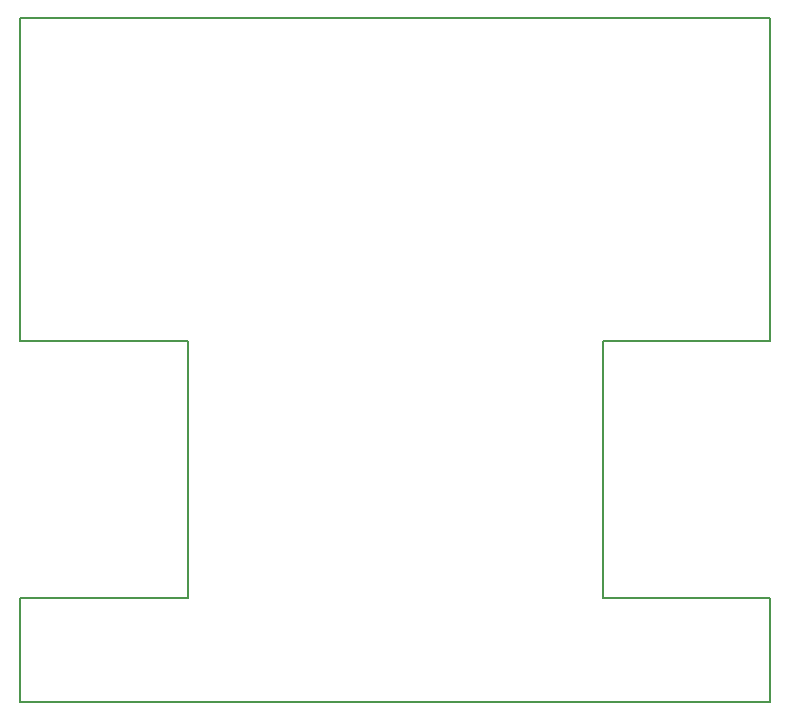
<source format=gbr>
%TF.GenerationSoftware,KiCad,Pcbnew,(5.1.9)-1*%
%TF.CreationDate,2025-02-14T08:16:11-08:00*%
%TF.ProjectId,RADA3K,52414441-334b-42e6-9b69-6361645f7063,rev?*%
%TF.SameCoordinates,Original*%
%TF.FileFunction,Profile,NP*%
%FSLAX46Y46*%
G04 Gerber Fmt 4.6, Leading zero omitted, Abs format (unit mm)*
G04 Created by KiCad (PCBNEW (5.1.9)-1) date 2025-02-14 08:16:11*
%MOMM*%
%LPD*%
G01*
G04 APERTURE LIST*
%TA.AperFunction,Profile*%
%ADD10C,0.150000*%
%TD*%
G04 APERTURE END LIST*
D10*
X118770000Y-109760000D02*
X104680000Y-109760000D01*
X118770000Y-131490000D02*
X104680000Y-131490000D01*
X118770000Y-140322300D02*
X118770000Y-131490000D01*
X55270400Y-140323000D02*
X55270400Y-131490000D01*
X104680000Y-109760000D02*
X104680000Y-131490000D01*
X69540000Y-109760000D02*
X69540000Y-131490000D01*
X69540000Y-109760000D02*
X55270400Y-109760000D01*
X69540000Y-131490000D02*
X55270400Y-131490000D01*
X55270400Y-109760000D02*
X55270400Y-82382300D01*
X118770000Y-109760000D02*
X118770000Y-82382300D01*
X118770400Y-82382300D02*
X55270400Y-82382300D01*
X118770000Y-140322300D02*
X55270400Y-140323000D01*
M02*

</source>
